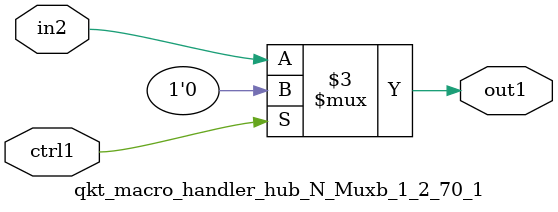
<source format=v>

`timescale 1ps / 1ps


module qkt_macro_handler_hub_N_Muxb_1_2_70_1( in2, ctrl1, out1 );

    input in2;
    input ctrl1;
    output out1;
    reg out1;

    
    // rtl_process:qkt_macro_handler_hub_N_Muxb_1_2_70_1/qkt_macro_handler_hub_N_Muxb_1_2_70_1_thread_1
    always @*
      begin : qkt_macro_handler_hub_N_Muxb_1_2_70_1_thread_1
        case (ctrl1) 
          1'b1: 
            begin
              out1 = 1'b0;
            end
          default: 
            begin
              out1 = in2;
            end
        endcase
      end

endmodule


</source>
